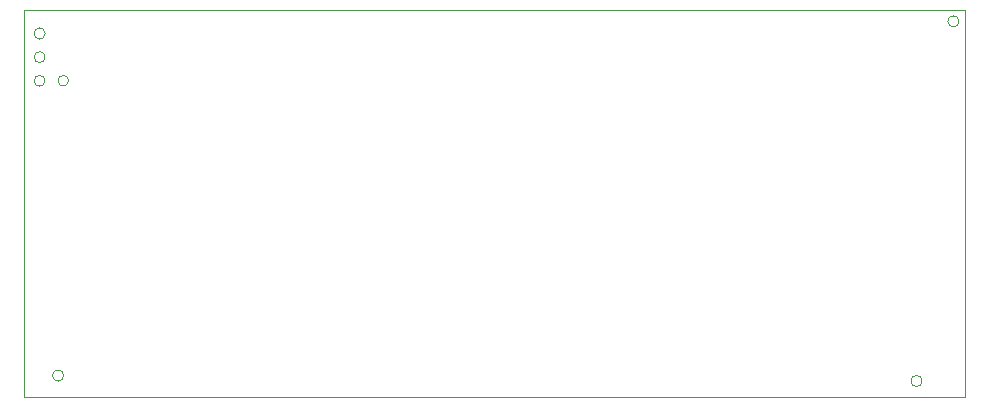
<source format=gm1>
G04 #@! TF.GenerationSoftware,KiCad,Pcbnew,(5.1.6-0-10_14)*
G04 #@! TF.CreationDate,2021-11-10T21:38:56+09:00*
G04 #@! TF.ProjectId,peltier+relay,70656c74-6965-4722-9b72-656c61792e6b,rev?*
G04 #@! TF.SameCoordinates,Original*
G04 #@! TF.FileFunction,Profile,NP*
%FSLAX46Y46*%
G04 Gerber Fmt 4.6, Leading zero omitted, Abs format (unit mm)*
G04 Created by KiCad (PCBNEW (5.1.6-0-10_14)) date 2021-11-10 21:38:56*
%MOMM*%
%LPD*%
G01*
G04 APERTURE LIST*
G04 #@! TA.AperFunction,Profile*
%ADD10C,0.100000*%
G04 #@! TD*
G04 APERTURE END LIST*
D10*
X102260000Y-87770000D02*
G75*
G03*
X102260000Y-87770000I-450000J0D01*
G01*
X100268333Y-87770000D02*
G75*
G03*
X100268333Y-87770000I-458333J0D01*
G01*
X100276667Y-85770000D02*
G75*
G03*
X100276667Y-85770000I-466667J0D01*
G01*
X100285000Y-83770000D02*
G75*
G03*
X100285000Y-83770000I-475000J0D01*
G01*
X101855000Y-112730000D02*
G75*
G03*
X101855000Y-112730000I-475000J0D01*
G01*
X174525000Y-113190000D02*
G75*
G03*
X174525000Y-113190000I-475000J0D01*
G01*
X178171000Y-114520000D02*
X98500000Y-114520000D01*
X98500000Y-81790000D02*
X178171000Y-81790000D01*
X98500000Y-114520000D02*
X98500000Y-81790000D01*
X178171000Y-81790000D02*
X178171000Y-114520000D01*
X177645000Y-82740000D02*
G75*
G03*
X177645000Y-82740000I-475000J0D01*
G01*
M02*

</source>
